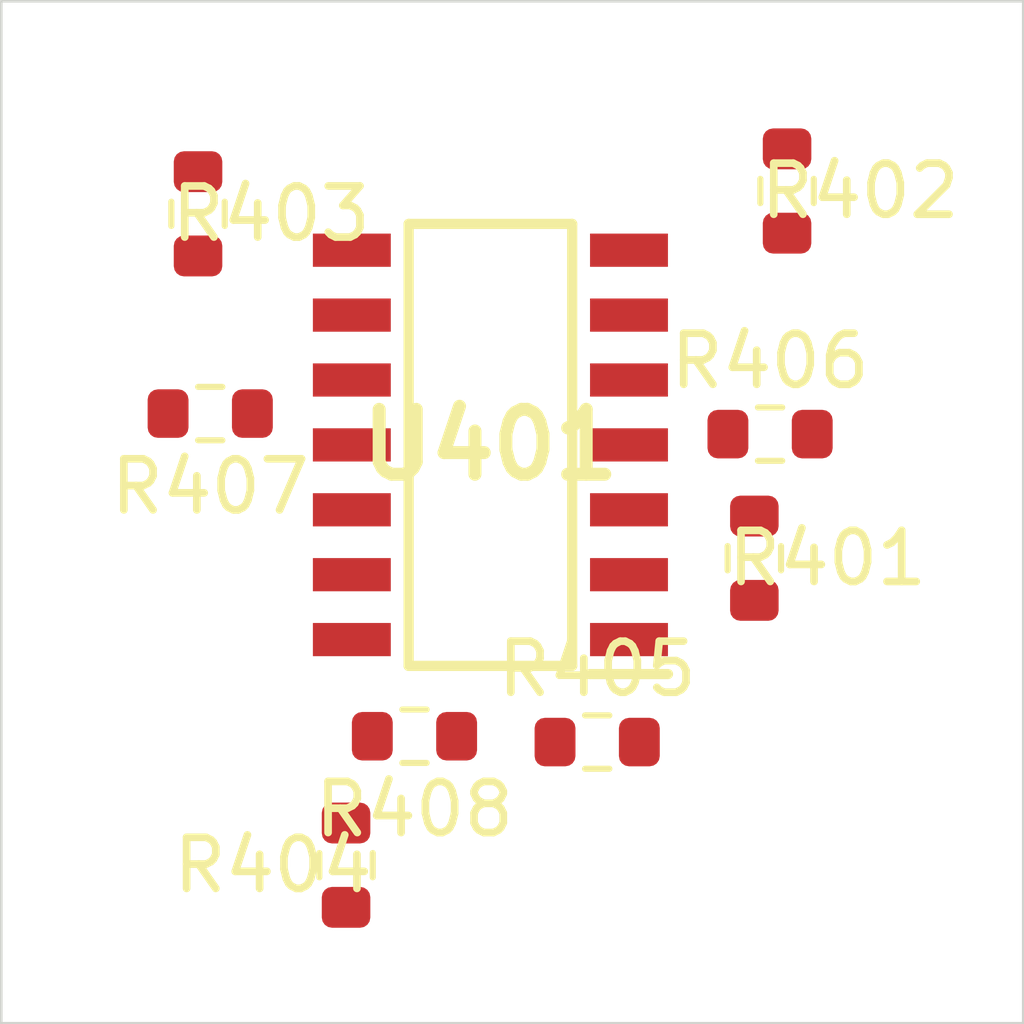
<source format=kicad_pcb>
 ( kicad_pcb  ( version 20171130 )
 ( host pcbnew 5.1.12-84ad8e8a86~92~ubuntu18.04.1 )
 ( general  ( thickness 1.6 )
 ( drawings 4 )
 ( tracks 0 )
 ( zones 0 )
 ( modules 9 )
 ( nets 14 )
)
 ( page A4 )
 ( layers  ( 0 F.Cu signal )
 ( 31 B.Cu signal )
 ( 32 B.Adhes user )
 ( 33 F.Adhes user )
 ( 34 B.Paste user )
 ( 35 F.Paste user )
 ( 36 B.SilkS user )
 ( 37 F.SilkS user )
 ( 38 B.Mask user )
 ( 39 F.Mask user )
 ( 40 Dwgs.User user )
 ( 41 Cmts.User user )
 ( 42 Eco1.User user )
 ( 43 Eco2.User user )
 ( 44 Edge.Cuts user )
 ( 45 Margin user )
 ( 46 B.CrtYd user )
 ( 47 F.CrtYd user )
 ( 48 B.Fab user )
 ( 49 F.Fab user )
)
 ( setup  ( last_trace_width 0.25 )
 ( trace_clearance 0.2 )
 ( zone_clearance 0.508 )
 ( zone_45_only no )
 ( trace_min 0.2 )
 ( via_size 0.8 )
 ( via_drill 0.4 )
 ( via_min_size 0.4 )
 ( via_min_drill 0.3 )
 ( uvia_size 0.3 )
 ( uvia_drill 0.1 )
 ( uvias_allowed no )
 ( uvia_min_size 0.2 )
 ( uvia_min_drill 0.1 )
 ( edge_width 0.05 )
 ( segment_width 0.2 )
 ( pcb_text_width 0.3 )
 ( pcb_text_size 1.5 1.5 )
 ( mod_edge_width 0.12 )
 ( mod_text_size 1 1 )
 ( mod_text_width 0.15 )
 ( pad_size 1.524 1.524 )
 ( pad_drill 0.762 )
 ( pad_to_mask_clearance 0 )
 ( aux_axis_origin 0 0 )
 ( visible_elements FFFFFF7F )
 ( pcbplotparams  ( layerselection 0x010fc_ffffffff )
 ( usegerberextensions false )
 ( usegerberattributes true )
 ( usegerberadvancedattributes true )
 ( creategerberjobfile true )
 ( excludeedgelayer true )
 ( linewidth 0.100000 )
 ( plotframeref false )
 ( viasonmask false )
 ( mode 1 )
 ( useauxorigin false )
 ( hpglpennumber 1 )
 ( hpglpenspeed 20 )
 ( hpglpendiameter 15.000000 )
 ( psnegative false )
 ( psa4output false )
 ( plotreference true )
 ( plotvalue true )
 ( plotinvisibletext false )
 ( padsonsilk false )
 ( subtractmaskfromsilk false )
 ( outputformat 1 )
 ( mirror false )
 ( drillshape 1 )
 ( scaleselection 1 )
 ( outputdirectory "" )
)
)
 ( net 0 "" )
 ( net 1 /Sheet6235D886/vp )
 ( net 2 /Sheet6248AD22/chn0 )
 ( net 3 /Sheet6248AD22/chn1 )
 ( net 4 /Sheet6248AD22/chn2 )
 ( net 5 /Sheet6248AD22/chn3 )
 ( net 6 "Net-(R401-Pad2)" )
 ( net 7 "Net-(R402-Pad2)" )
 ( net 8 "Net-(R403-Pad2)" )
 ( net 9 "Net-(R404-Pad2)" )
 ( net 10 /Sheet6248AD22/chn0_n )
 ( net 11 /Sheet6248AD22/chn1_n )
 ( net 12 /Sheet6248AD22/chn2_n )
 ( net 13 /Sheet6248AD22/chn3_n )
 ( net_class Default "This is the default net class."  ( clearance 0.2 )
 ( trace_width 0.25 )
 ( via_dia 0.8 )
 ( via_drill 0.4 )
 ( uvia_dia 0.3 )
 ( uvia_drill 0.1 )
 ( add_net /Sheet6235D886/vp )
 ( add_net /Sheet6248AD22/chn0 )
 ( add_net /Sheet6248AD22/chn0_n )
 ( add_net /Sheet6248AD22/chn1 )
 ( add_net /Sheet6248AD22/chn1_n )
 ( add_net /Sheet6248AD22/chn2 )
 ( add_net /Sheet6248AD22/chn2_n )
 ( add_net /Sheet6248AD22/chn3 )
 ( add_net /Sheet6248AD22/chn3_n )
 ( add_net "Net-(R401-Pad2)" )
 ( add_net "Net-(R402-Pad2)" )
 ( add_net "Net-(R403-Pad2)" )
 ( add_net "Net-(R404-Pad2)" )
)
 ( module Resistor_SMD:R_0603_1608Metric  ( layer F.Cu )
 ( tedit 5F68FEEE )
 ( tstamp 623425C8 )
 ( at 94.738324 110.899853 270.000000 )
 ( descr "Resistor SMD 0603 (1608 Metric), square (rectangular) end terminal, IPC_7351 nominal, (Body size source: IPC-SM-782 page 72, https://www.pcb-3d.com/wordpress/wp-content/uploads/ipc-sm-782a_amendment_1_and_2.pdf), generated with kicad-footprint-generator" )
 ( tags resistor )
 ( path /6248AD23/6249ADFD )
 ( attr smd )
 ( fp_text reference R401  ( at 0 -1.43 )
 ( layer F.SilkS )
 ( effects  ( font  ( size 1 1 )
 ( thickness 0.15 )
)
)
)
 ( fp_text value 10M  ( at 0 1.43 )
 ( layer F.Fab )
 ( effects  ( font  ( size 1 1 )
 ( thickness 0.15 )
)
)
)
 ( fp_line  ( start -0.8 0.4125 )
 ( end -0.8 -0.4125 )
 ( layer F.Fab )
 ( width 0.1 )
)
 ( fp_line  ( start -0.8 -0.4125 )
 ( end 0.8 -0.4125 )
 ( layer F.Fab )
 ( width 0.1 )
)
 ( fp_line  ( start 0.8 -0.4125 )
 ( end 0.8 0.4125 )
 ( layer F.Fab )
 ( width 0.1 )
)
 ( fp_line  ( start 0.8 0.4125 )
 ( end -0.8 0.4125 )
 ( layer F.Fab )
 ( width 0.1 )
)
 ( fp_line  ( start -0.237258 -0.5225 )
 ( end 0.237258 -0.5225 )
 ( layer F.SilkS )
 ( width 0.12 )
)
 ( fp_line  ( start -0.237258 0.5225 )
 ( end 0.237258 0.5225 )
 ( layer F.SilkS )
 ( width 0.12 )
)
 ( fp_line  ( start -1.48 0.73 )
 ( end -1.48 -0.73 )
 ( layer F.CrtYd )
 ( width 0.05 )
)
 ( fp_line  ( start -1.48 -0.73 )
 ( end 1.48 -0.73 )
 ( layer F.CrtYd )
 ( width 0.05 )
)
 ( fp_line  ( start 1.48 -0.73 )
 ( end 1.48 0.73 )
 ( layer F.CrtYd )
 ( width 0.05 )
)
 ( fp_line  ( start 1.48 0.73 )
 ( end -1.48 0.73 )
 ( layer F.CrtYd )
 ( width 0.05 )
)
 ( fp_text user %R  ( at 0 0 )
 ( layer F.Fab )
 ( effects  ( font  ( size 0.4 0.4 )
 ( thickness 0.06 )
)
)
)
 ( pad 2 smd roundrect  ( at 0.825 0 270.000000 )
 ( size 0.8 0.95 )
 ( layers F.Cu F.Mask F.Paste )
 ( roundrect_rratio 0.25 )
 ( net 6 "Net-(R401-Pad2)" )
)
 ( pad 1 smd roundrect  ( at -0.825 0 270.000000 )
 ( size 0.8 0.95 )
 ( layers F.Cu F.Mask F.Paste )
 ( roundrect_rratio 0.25 )
 ( net 10 /Sheet6248AD22/chn0_n )
)
 ( model ${KISYS3DMOD}/Resistor_SMD.3dshapes/R_0603_1608Metric.wrl  ( at  ( xyz 0 0 0 )
)
 ( scale  ( xyz 1 1 1 )
)
 ( rotate  ( xyz 0 0 0 )
)
)
)
 ( module Resistor_SMD:R_0603_1608Metric  ( layer F.Cu )
 ( tedit 5F68FEEE )
 ( tstamp 623425D9 )
 ( at 95.378464 103.713078 270.000000 )
 ( descr "Resistor SMD 0603 (1608 Metric), square (rectangular) end terminal, IPC_7351 nominal, (Body size source: IPC-SM-782 page 72, https://www.pcb-3d.com/wordpress/wp-content/uploads/ipc-sm-782a_amendment_1_and_2.pdf), generated with kicad-footprint-generator" )
 ( tags resistor )
 ( path /6248AD23/6249B75E )
 ( attr smd )
 ( fp_text reference R402  ( at 0 -1.43 )
 ( layer F.SilkS )
 ( effects  ( font  ( size 1 1 )
 ( thickness 0.15 )
)
)
)
 ( fp_text value 10M  ( at 0 1.43 )
 ( layer F.Fab )
 ( effects  ( font  ( size 1 1 )
 ( thickness 0.15 )
)
)
)
 ( fp_line  ( start 1.48 0.73 )
 ( end -1.48 0.73 )
 ( layer F.CrtYd )
 ( width 0.05 )
)
 ( fp_line  ( start 1.48 -0.73 )
 ( end 1.48 0.73 )
 ( layer F.CrtYd )
 ( width 0.05 )
)
 ( fp_line  ( start -1.48 -0.73 )
 ( end 1.48 -0.73 )
 ( layer F.CrtYd )
 ( width 0.05 )
)
 ( fp_line  ( start -1.48 0.73 )
 ( end -1.48 -0.73 )
 ( layer F.CrtYd )
 ( width 0.05 )
)
 ( fp_line  ( start -0.237258 0.5225 )
 ( end 0.237258 0.5225 )
 ( layer F.SilkS )
 ( width 0.12 )
)
 ( fp_line  ( start -0.237258 -0.5225 )
 ( end 0.237258 -0.5225 )
 ( layer F.SilkS )
 ( width 0.12 )
)
 ( fp_line  ( start 0.8 0.4125 )
 ( end -0.8 0.4125 )
 ( layer F.Fab )
 ( width 0.1 )
)
 ( fp_line  ( start 0.8 -0.4125 )
 ( end 0.8 0.4125 )
 ( layer F.Fab )
 ( width 0.1 )
)
 ( fp_line  ( start -0.8 -0.4125 )
 ( end 0.8 -0.4125 )
 ( layer F.Fab )
 ( width 0.1 )
)
 ( fp_line  ( start -0.8 0.4125 )
 ( end -0.8 -0.4125 )
 ( layer F.Fab )
 ( width 0.1 )
)
 ( fp_text user %R  ( at 0 0 )
 ( layer F.Fab )
 ( effects  ( font  ( size 0.4 0.4 )
 ( thickness 0.06 )
)
)
)
 ( pad 1 smd roundrect  ( at -0.825 0 270.000000 )
 ( size 0.8 0.95 )
 ( layers F.Cu F.Mask F.Paste )
 ( roundrect_rratio 0.25 )
 ( net 11 /Sheet6248AD22/chn1_n )
)
 ( pad 2 smd roundrect  ( at 0.825 0 270.000000 )
 ( size 0.8 0.95 )
 ( layers F.Cu F.Mask F.Paste )
 ( roundrect_rratio 0.25 )
 ( net 7 "Net-(R402-Pad2)" )
)
 ( model ${KISYS3DMOD}/Resistor_SMD.3dshapes/R_0603_1608Metric.wrl  ( at  ( xyz 0 0 0 )
)
 ( scale  ( xyz 1 1 1 )
)
 ( rotate  ( xyz 0 0 0 )
)
)
)
 ( module Resistor_SMD:R_0603_1608Metric  ( layer F.Cu )
 ( tedit 5F68FEEE )
 ( tstamp 623425EA )
 ( at 83.850791 104.159648 270.000000 )
 ( descr "Resistor SMD 0603 (1608 Metric), square (rectangular) end terminal, IPC_7351 nominal, (Body size source: IPC-SM-782 page 72, https://www.pcb-3d.com/wordpress/wp-content/uploads/ipc-sm-782a_amendment_1_and_2.pdf), generated with kicad-footprint-generator" )
 ( tags resistor )
 ( path /6248AD23/6249FB7A )
 ( attr smd )
 ( fp_text reference R403  ( at 0 -1.43 )
 ( layer F.SilkS )
 ( effects  ( font  ( size 1 1 )
 ( thickness 0.15 )
)
)
)
 ( fp_text value 10M  ( at 0 1.43 )
 ( layer F.Fab )
 ( effects  ( font  ( size 1 1 )
 ( thickness 0.15 )
)
)
)
 ( fp_line  ( start 1.48 0.73 )
 ( end -1.48 0.73 )
 ( layer F.CrtYd )
 ( width 0.05 )
)
 ( fp_line  ( start 1.48 -0.73 )
 ( end 1.48 0.73 )
 ( layer F.CrtYd )
 ( width 0.05 )
)
 ( fp_line  ( start -1.48 -0.73 )
 ( end 1.48 -0.73 )
 ( layer F.CrtYd )
 ( width 0.05 )
)
 ( fp_line  ( start -1.48 0.73 )
 ( end -1.48 -0.73 )
 ( layer F.CrtYd )
 ( width 0.05 )
)
 ( fp_line  ( start -0.237258 0.5225 )
 ( end 0.237258 0.5225 )
 ( layer F.SilkS )
 ( width 0.12 )
)
 ( fp_line  ( start -0.237258 -0.5225 )
 ( end 0.237258 -0.5225 )
 ( layer F.SilkS )
 ( width 0.12 )
)
 ( fp_line  ( start 0.8 0.4125 )
 ( end -0.8 0.4125 )
 ( layer F.Fab )
 ( width 0.1 )
)
 ( fp_line  ( start 0.8 -0.4125 )
 ( end 0.8 0.4125 )
 ( layer F.Fab )
 ( width 0.1 )
)
 ( fp_line  ( start -0.8 -0.4125 )
 ( end 0.8 -0.4125 )
 ( layer F.Fab )
 ( width 0.1 )
)
 ( fp_line  ( start -0.8 0.4125 )
 ( end -0.8 -0.4125 )
 ( layer F.Fab )
 ( width 0.1 )
)
 ( fp_text user %R  ( at 0 0 )
 ( layer F.Fab )
 ( effects  ( font  ( size 0.4 0.4 )
 ( thickness 0.06 )
)
)
)
 ( pad 1 smd roundrect  ( at -0.825 0 270.000000 )
 ( size 0.8 0.95 )
 ( layers F.Cu F.Mask F.Paste )
 ( roundrect_rratio 0.25 )
 ( net 12 /Sheet6248AD22/chn2_n )
)
 ( pad 2 smd roundrect  ( at 0.825 0 270.000000 )
 ( size 0.8 0.95 )
 ( layers F.Cu F.Mask F.Paste )
 ( roundrect_rratio 0.25 )
 ( net 8 "Net-(R403-Pad2)" )
)
 ( model ${KISYS3DMOD}/Resistor_SMD.3dshapes/R_0603_1608Metric.wrl  ( at  ( xyz 0 0 0 )
)
 ( scale  ( xyz 1 1 1 )
)
 ( rotate  ( xyz 0 0 0 )
)
)
)
 ( module Resistor_SMD:R_0603_1608Metric  ( layer F.Cu )
 ( tedit 5F68FEEE )
 ( tstamp 623425FB )
 ( at 86.747691 116.907215 90.000000 )
 ( descr "Resistor SMD 0603 (1608 Metric), square (rectangular) end terminal, IPC_7351 nominal, (Body size source: IPC-SM-782 page 72, https://www.pcb-3d.com/wordpress/wp-content/uploads/ipc-sm-782a_amendment_1_and_2.pdf), generated with kicad-footprint-generator" )
 ( tags resistor )
 ( path /6248AD23/6249FB74 )
 ( attr smd )
 ( fp_text reference R404  ( at 0 -1.43 )
 ( layer F.SilkS )
 ( effects  ( font  ( size 1 1 )
 ( thickness 0.15 )
)
)
)
 ( fp_text value 10M  ( at 0 1.43 )
 ( layer F.Fab )
 ( effects  ( font  ( size 1 1 )
 ( thickness 0.15 )
)
)
)
 ( fp_line  ( start -0.8 0.4125 )
 ( end -0.8 -0.4125 )
 ( layer F.Fab )
 ( width 0.1 )
)
 ( fp_line  ( start -0.8 -0.4125 )
 ( end 0.8 -0.4125 )
 ( layer F.Fab )
 ( width 0.1 )
)
 ( fp_line  ( start 0.8 -0.4125 )
 ( end 0.8 0.4125 )
 ( layer F.Fab )
 ( width 0.1 )
)
 ( fp_line  ( start 0.8 0.4125 )
 ( end -0.8 0.4125 )
 ( layer F.Fab )
 ( width 0.1 )
)
 ( fp_line  ( start -0.237258 -0.5225 )
 ( end 0.237258 -0.5225 )
 ( layer F.SilkS )
 ( width 0.12 )
)
 ( fp_line  ( start -0.237258 0.5225 )
 ( end 0.237258 0.5225 )
 ( layer F.SilkS )
 ( width 0.12 )
)
 ( fp_line  ( start -1.48 0.73 )
 ( end -1.48 -0.73 )
 ( layer F.CrtYd )
 ( width 0.05 )
)
 ( fp_line  ( start -1.48 -0.73 )
 ( end 1.48 -0.73 )
 ( layer F.CrtYd )
 ( width 0.05 )
)
 ( fp_line  ( start 1.48 -0.73 )
 ( end 1.48 0.73 )
 ( layer F.CrtYd )
 ( width 0.05 )
)
 ( fp_line  ( start 1.48 0.73 )
 ( end -1.48 0.73 )
 ( layer F.CrtYd )
 ( width 0.05 )
)
 ( fp_text user %R  ( at 0 0 )
 ( layer F.Fab )
 ( effects  ( font  ( size 0.4 0.4 )
 ( thickness 0.06 )
)
)
)
 ( pad 2 smd roundrect  ( at 0.825 0 90.000000 )
 ( size 0.8 0.95 )
 ( layers F.Cu F.Mask F.Paste )
 ( roundrect_rratio 0.25 )
 ( net 9 "Net-(R404-Pad2)" )
)
 ( pad 1 smd roundrect  ( at -0.825 0 90.000000 )
 ( size 0.8 0.95 )
 ( layers F.Cu F.Mask F.Paste )
 ( roundrect_rratio 0.25 )
 ( net 13 /Sheet6248AD22/chn3_n )
)
 ( model ${KISYS3DMOD}/Resistor_SMD.3dshapes/R_0603_1608Metric.wrl  ( at  ( xyz 0 0 0 )
)
 ( scale  ( xyz 1 1 1 )
)
 ( rotate  ( xyz 0 0 0 )
)
)
)
 ( module Resistor_SMD:R_0603_1608Metric  ( layer F.Cu )
 ( tedit 5F68FEEE )
 ( tstamp 6234260C )
 ( at 91.662535 114.498049 )
 ( descr "Resistor SMD 0603 (1608 Metric), square (rectangular) end terminal, IPC_7351 nominal, (Body size source: IPC-SM-782 page 72, https://www.pcb-3d.com/wordpress/wp-content/uploads/ipc-sm-782a_amendment_1_and_2.pdf), generated with kicad-footprint-generator" )
 ( tags resistor )
 ( path /6248AD23/62497F62 )
 ( attr smd )
 ( fp_text reference R405  ( at 0 -1.43 )
 ( layer F.SilkS )
 ( effects  ( font  ( size 1 1 )
 ( thickness 0.15 )
)
)
)
 ( fp_text value 750k  ( at 0 1.43 )
 ( layer F.Fab )
 ( effects  ( font  ( size 1 1 )
 ( thickness 0.15 )
)
)
)
 ( fp_line  ( start -0.8 0.4125 )
 ( end -0.8 -0.4125 )
 ( layer F.Fab )
 ( width 0.1 )
)
 ( fp_line  ( start -0.8 -0.4125 )
 ( end 0.8 -0.4125 )
 ( layer F.Fab )
 ( width 0.1 )
)
 ( fp_line  ( start 0.8 -0.4125 )
 ( end 0.8 0.4125 )
 ( layer F.Fab )
 ( width 0.1 )
)
 ( fp_line  ( start 0.8 0.4125 )
 ( end -0.8 0.4125 )
 ( layer F.Fab )
 ( width 0.1 )
)
 ( fp_line  ( start -0.237258 -0.5225 )
 ( end 0.237258 -0.5225 )
 ( layer F.SilkS )
 ( width 0.12 )
)
 ( fp_line  ( start -0.237258 0.5225 )
 ( end 0.237258 0.5225 )
 ( layer F.SilkS )
 ( width 0.12 )
)
 ( fp_line  ( start -1.48 0.73 )
 ( end -1.48 -0.73 )
 ( layer F.CrtYd )
 ( width 0.05 )
)
 ( fp_line  ( start -1.48 -0.73 )
 ( end 1.48 -0.73 )
 ( layer F.CrtYd )
 ( width 0.05 )
)
 ( fp_line  ( start 1.48 -0.73 )
 ( end 1.48 0.73 )
 ( layer F.CrtYd )
 ( width 0.05 )
)
 ( fp_line  ( start 1.48 0.73 )
 ( end -1.48 0.73 )
 ( layer F.CrtYd )
 ( width 0.05 )
)
 ( fp_text user %R  ( at 0 0 )
 ( layer F.Fab )
 ( effects  ( font  ( size 0.4 0.4 )
 ( thickness 0.06 )
)
)
)
 ( pad 2 smd roundrect  ( at 0.825 0 )
 ( size 0.8 0.95 )
 ( layers F.Cu F.Mask F.Paste )
 ( roundrect_rratio 0.25 )
 ( net 6 "Net-(R401-Pad2)" )
)
 ( pad 1 smd roundrect  ( at -0.825 0 )
 ( size 0.8 0.95 )
 ( layers F.Cu F.Mask F.Paste )
 ( roundrect_rratio 0.25 )
 ( net 1 /Sheet6235D886/vp )
)
 ( model ${KISYS3DMOD}/Resistor_SMD.3dshapes/R_0603_1608Metric.wrl  ( at  ( xyz 0 0 0 )
)
 ( scale  ( xyz 1 1 1 )
)
 ( rotate  ( xyz 0 0 0 )
)
)
)
 ( module Resistor_SMD:R_0603_1608Metric  ( layer F.Cu )
 ( tedit 5F68FEEE )
 ( tstamp 6234261D )
 ( at 95.046091 108.470991 )
 ( descr "Resistor SMD 0603 (1608 Metric), square (rectangular) end terminal, IPC_7351 nominal, (Body size source: IPC-SM-782 page 72, https://www.pcb-3d.com/wordpress/wp-content/uploads/ipc-sm-782a_amendment_1_and_2.pdf), generated with kicad-footprint-generator" )
 ( tags resistor )
 ( path /6248AD23/62499098 )
 ( attr smd )
 ( fp_text reference R406  ( at 0 -1.43 )
 ( layer F.SilkS )
 ( effects  ( font  ( size 1 1 )
 ( thickness 0.15 )
)
)
)
 ( fp_text value 750k  ( at 0 1.43 )
 ( layer F.Fab )
 ( effects  ( font  ( size 1 1 )
 ( thickness 0.15 )
)
)
)
 ( fp_line  ( start 1.48 0.73 )
 ( end -1.48 0.73 )
 ( layer F.CrtYd )
 ( width 0.05 )
)
 ( fp_line  ( start 1.48 -0.73 )
 ( end 1.48 0.73 )
 ( layer F.CrtYd )
 ( width 0.05 )
)
 ( fp_line  ( start -1.48 -0.73 )
 ( end 1.48 -0.73 )
 ( layer F.CrtYd )
 ( width 0.05 )
)
 ( fp_line  ( start -1.48 0.73 )
 ( end -1.48 -0.73 )
 ( layer F.CrtYd )
 ( width 0.05 )
)
 ( fp_line  ( start -0.237258 0.5225 )
 ( end 0.237258 0.5225 )
 ( layer F.SilkS )
 ( width 0.12 )
)
 ( fp_line  ( start -0.237258 -0.5225 )
 ( end 0.237258 -0.5225 )
 ( layer F.SilkS )
 ( width 0.12 )
)
 ( fp_line  ( start 0.8 0.4125 )
 ( end -0.8 0.4125 )
 ( layer F.Fab )
 ( width 0.1 )
)
 ( fp_line  ( start 0.8 -0.4125 )
 ( end 0.8 0.4125 )
 ( layer F.Fab )
 ( width 0.1 )
)
 ( fp_line  ( start -0.8 -0.4125 )
 ( end 0.8 -0.4125 )
 ( layer F.Fab )
 ( width 0.1 )
)
 ( fp_line  ( start -0.8 0.4125 )
 ( end -0.8 -0.4125 )
 ( layer F.Fab )
 ( width 0.1 )
)
 ( fp_text user %R  ( at 0 0 )
 ( layer F.Fab )
 ( effects  ( font  ( size 0.4 0.4 )
 ( thickness 0.06 )
)
)
)
 ( pad 1 smd roundrect  ( at -0.825 0 )
 ( size 0.8 0.95 )
 ( layers F.Cu F.Mask F.Paste )
 ( roundrect_rratio 0.25 )
 ( net 1 /Sheet6235D886/vp )
)
 ( pad 2 smd roundrect  ( at 0.825 0 )
 ( size 0.8 0.95 )
 ( layers F.Cu F.Mask F.Paste )
 ( roundrect_rratio 0.25 )
 ( net 7 "Net-(R402-Pad2)" )
)
 ( model ${KISYS3DMOD}/Resistor_SMD.3dshapes/R_0603_1608Metric.wrl  ( at  ( xyz 0 0 0 )
)
 ( scale  ( xyz 1 1 1 )
)
 ( rotate  ( xyz 0 0 0 )
)
)
)
 ( module Resistor_SMD:R_0603_1608Metric  ( layer F.Cu )
 ( tedit 5F68FEEE )
 ( tstamp 6234262E )
 ( at 84.089391 108.069075 180.000000 )
 ( descr "Resistor SMD 0603 (1608 Metric), square (rectangular) end terminal, IPC_7351 nominal, (Body size source: IPC-SM-782 page 72, https://www.pcb-3d.com/wordpress/wp-content/uploads/ipc-sm-782a_amendment_1_and_2.pdf), generated with kicad-footprint-generator" )
 ( tags resistor )
 ( path /6248AD23/624A0FFB )
 ( attr smd )
 ( fp_text reference R407  ( at 0 -1.43 )
 ( layer F.SilkS )
 ( effects  ( font  ( size 1 1 )
 ( thickness 0.15 )
)
)
)
 ( fp_text value 1.5M  ( at 0 1.43 )
 ( layer F.Fab )
 ( effects  ( font  ( size 1 1 )
 ( thickness 0.15 )
)
)
)
 ( fp_line  ( start 1.48 0.73 )
 ( end -1.48 0.73 )
 ( layer F.CrtYd )
 ( width 0.05 )
)
 ( fp_line  ( start 1.48 -0.73 )
 ( end 1.48 0.73 )
 ( layer F.CrtYd )
 ( width 0.05 )
)
 ( fp_line  ( start -1.48 -0.73 )
 ( end 1.48 -0.73 )
 ( layer F.CrtYd )
 ( width 0.05 )
)
 ( fp_line  ( start -1.48 0.73 )
 ( end -1.48 -0.73 )
 ( layer F.CrtYd )
 ( width 0.05 )
)
 ( fp_line  ( start -0.237258 0.5225 )
 ( end 0.237258 0.5225 )
 ( layer F.SilkS )
 ( width 0.12 )
)
 ( fp_line  ( start -0.237258 -0.5225 )
 ( end 0.237258 -0.5225 )
 ( layer F.SilkS )
 ( width 0.12 )
)
 ( fp_line  ( start 0.8 0.4125 )
 ( end -0.8 0.4125 )
 ( layer F.Fab )
 ( width 0.1 )
)
 ( fp_line  ( start 0.8 -0.4125 )
 ( end 0.8 0.4125 )
 ( layer F.Fab )
 ( width 0.1 )
)
 ( fp_line  ( start -0.8 -0.4125 )
 ( end 0.8 -0.4125 )
 ( layer F.Fab )
 ( width 0.1 )
)
 ( fp_line  ( start -0.8 0.4125 )
 ( end -0.8 -0.4125 )
 ( layer F.Fab )
 ( width 0.1 )
)
 ( fp_text user %R  ( at 0 0 )
 ( layer F.Fab )
 ( effects  ( font  ( size 0.4 0.4 )
 ( thickness 0.06 )
)
)
)
 ( pad 1 smd roundrect  ( at -0.825 0 180.000000 )
 ( size 0.8 0.95 )
 ( layers F.Cu F.Mask F.Paste )
 ( roundrect_rratio 0.25 )
 ( net 1 /Sheet6235D886/vp )
)
 ( pad 2 smd roundrect  ( at 0.825 0 180.000000 )
 ( size 0.8 0.95 )
 ( layers F.Cu F.Mask F.Paste )
 ( roundrect_rratio 0.25 )
 ( net 8 "Net-(R403-Pad2)" )
)
 ( model ${KISYS3DMOD}/Resistor_SMD.3dshapes/R_0603_1608Metric.wrl  ( at  ( xyz 0 0 0 )
)
 ( scale  ( xyz 1 1 1 )
)
 ( rotate  ( xyz 0 0 0 )
)
)
)
 ( module Resistor_SMD:R_0603_1608Metric  ( layer F.Cu )
 ( tedit 5F68FEEE )
 ( tstamp 6234263F )
 ( at 88.086469 114.383564 180.000000 )
 ( descr "Resistor SMD 0603 (1608 Metric), square (rectangular) end terminal, IPC_7351 nominal, (Body size source: IPC-SM-782 page 72, https://www.pcb-3d.com/wordpress/wp-content/uploads/ipc-sm-782a_amendment_1_and_2.pdf), generated with kicad-footprint-generator" )
 ( tags resistor )
 ( path /6248AD23/624A093C )
 ( attr smd )
 ( fp_text reference R408  ( at 0 -1.43 )
 ( layer F.SilkS )
 ( effects  ( font  ( size 1 1 )
 ( thickness 0.15 )
)
)
)
 ( fp_text value 1.5M  ( at 0 1.43 )
 ( layer F.Fab )
 ( effects  ( font  ( size 1 1 )
 ( thickness 0.15 )
)
)
)
 ( fp_line  ( start -0.8 0.4125 )
 ( end -0.8 -0.4125 )
 ( layer F.Fab )
 ( width 0.1 )
)
 ( fp_line  ( start -0.8 -0.4125 )
 ( end 0.8 -0.4125 )
 ( layer F.Fab )
 ( width 0.1 )
)
 ( fp_line  ( start 0.8 -0.4125 )
 ( end 0.8 0.4125 )
 ( layer F.Fab )
 ( width 0.1 )
)
 ( fp_line  ( start 0.8 0.4125 )
 ( end -0.8 0.4125 )
 ( layer F.Fab )
 ( width 0.1 )
)
 ( fp_line  ( start -0.237258 -0.5225 )
 ( end 0.237258 -0.5225 )
 ( layer F.SilkS )
 ( width 0.12 )
)
 ( fp_line  ( start -0.237258 0.5225 )
 ( end 0.237258 0.5225 )
 ( layer F.SilkS )
 ( width 0.12 )
)
 ( fp_line  ( start -1.48 0.73 )
 ( end -1.48 -0.73 )
 ( layer F.CrtYd )
 ( width 0.05 )
)
 ( fp_line  ( start -1.48 -0.73 )
 ( end 1.48 -0.73 )
 ( layer F.CrtYd )
 ( width 0.05 )
)
 ( fp_line  ( start 1.48 -0.73 )
 ( end 1.48 0.73 )
 ( layer F.CrtYd )
 ( width 0.05 )
)
 ( fp_line  ( start 1.48 0.73 )
 ( end -1.48 0.73 )
 ( layer F.CrtYd )
 ( width 0.05 )
)
 ( fp_text user %R  ( at 0 0 )
 ( layer F.Fab )
 ( effects  ( font  ( size 0.4 0.4 )
 ( thickness 0.06 )
)
)
)
 ( pad 2 smd roundrect  ( at 0.825 0 180.000000 )
 ( size 0.8 0.95 )
 ( layers F.Cu F.Mask F.Paste )
 ( roundrect_rratio 0.25 )
 ( net 9 "Net-(R404-Pad2)" )
)
 ( pad 1 smd roundrect  ( at -0.825 0 180.000000 )
 ( size 0.8 0.95 )
 ( layers F.Cu F.Mask F.Paste )
 ( roundrect_rratio 0.25 )
 ( net 1 /Sheet6235D886/vp )
)
 ( model ${KISYS3DMOD}/Resistor_SMD.3dshapes/R_0603_1608Metric.wrl  ( at  ( xyz 0 0 0 )
)
 ( scale  ( xyz 1 1 1 )
)
 ( rotate  ( xyz 0 0 0 )
)
)
)
 ( module TL074HIDR:SOIC127P600X175-14N locked  ( layer F.Cu )
 ( tedit 62336F37 )
 ( tstamp 62342709 )
 ( at 89.572900 108.682000 180.000000 )
 ( descr "D (-R-PDSO-G14)" )
 ( tags "Integrated Circuit" )
 ( path /6248AD23/624976B2 )
 ( attr smd )
 ( fp_text reference U401  ( at 0 0 )
 ( layer F.SilkS )
 ( effects  ( font  ( size 1.27 1.27 )
 ( thickness 0.254 )
)
)
)
 ( fp_text value TL074  ( at 0 0 )
 ( layer F.SilkS )
hide  ( effects  ( font  ( size 1.27 1.27 )
 ( thickness 0.254 )
)
)
)
 ( fp_line  ( start -3.725 -4.625 )
 ( end 3.725 -4.625 )
 ( layer Dwgs.User )
 ( width 0.05 )
)
 ( fp_line  ( start 3.725 -4.625 )
 ( end 3.725 4.625 )
 ( layer Dwgs.User )
 ( width 0.05 )
)
 ( fp_line  ( start 3.725 4.625 )
 ( end -3.725 4.625 )
 ( layer Dwgs.User )
 ( width 0.05 )
)
 ( fp_line  ( start -3.725 4.625 )
 ( end -3.725 -4.625 )
 ( layer Dwgs.User )
 ( width 0.05 )
)
 ( fp_line  ( start -1.95 -4.325 )
 ( end 1.95 -4.325 )
 ( layer Dwgs.User )
 ( width 0.1 )
)
 ( fp_line  ( start 1.95 -4.325 )
 ( end 1.95 4.325 )
 ( layer Dwgs.User )
 ( width 0.1 )
)
 ( fp_line  ( start 1.95 4.325 )
 ( end -1.95 4.325 )
 ( layer Dwgs.User )
 ( width 0.1 )
)
 ( fp_line  ( start -1.95 4.325 )
 ( end -1.95 -4.325 )
 ( layer Dwgs.User )
 ( width 0.1 )
)
 ( fp_line  ( start -1.95 -3.055 )
 ( end -0.68 -4.325 )
 ( layer Dwgs.User )
 ( width 0.1 )
)
 ( fp_line  ( start -1.6 -4.325 )
 ( end 1.6 -4.325 )
 ( layer F.SilkS )
 ( width 0.2 )
)
 ( fp_line  ( start 1.6 -4.325 )
 ( end 1.6 4.325 )
 ( layer F.SilkS )
 ( width 0.2 )
)
 ( fp_line  ( start 1.6 4.325 )
 ( end -1.6 4.325 )
 ( layer F.SilkS )
 ( width 0.2 )
)
 ( fp_line  ( start -1.6 4.325 )
 ( end -1.6 -4.325 )
 ( layer F.SilkS )
 ( width 0.2 )
)
 ( fp_line  ( start -3.475 -4.485 )
 ( end -1.95 -4.485 )
 ( layer F.SilkS )
 ( width 0.2 )
)
 ( pad 1 smd rect  ( at -2.712 -3.81 270.000000 )
 ( size 0.65 1.525 )
 ( layers F.Cu F.Mask F.Paste )
 ( net 2 /Sheet6248AD22/chn0 )
)
 ( pad 2 smd rect  ( at -2.712 -2.54 270.000000 )
 ( size 0.65 1.525 )
 ( layers F.Cu F.Mask F.Paste )
 ( net 2 /Sheet6248AD22/chn0 )
)
 ( pad 3 smd rect  ( at -2.712 -1.27 270.000000 )
 ( size 0.65 1.525 )
 ( layers F.Cu F.Mask F.Paste )
 ( net 6 "Net-(R401-Pad2)" )
)
 ( pad 4 smd rect  ( at -2.712 0 270.000000 )
 ( size 0.65 1.525 )
 ( layers F.Cu F.Mask F.Paste )
)
 ( pad 5 smd rect  ( at -2.712 1.27 270.000000 )
 ( size 0.65 1.525 )
 ( layers F.Cu F.Mask F.Paste )
 ( net 7 "Net-(R402-Pad2)" )
)
 ( pad 6 smd rect  ( at -2.712 2.54 270.000000 )
 ( size 0.65 1.525 )
 ( layers F.Cu F.Mask F.Paste )
 ( net 3 /Sheet6248AD22/chn1 )
)
 ( pad 7 smd rect  ( at -2.712 3.81 270.000000 )
 ( size 0.65 1.525 )
 ( layers F.Cu F.Mask F.Paste )
 ( net 3 /Sheet6248AD22/chn1 )
)
 ( pad 8 smd rect  ( at 2.712 3.81 270.000000 )
 ( size 0.65 1.525 )
 ( layers F.Cu F.Mask F.Paste )
 ( net 4 /Sheet6248AD22/chn2 )
)
 ( pad 9 smd rect  ( at 2.712 2.54 270.000000 )
 ( size 0.65 1.525 )
 ( layers F.Cu F.Mask F.Paste )
 ( net 4 /Sheet6248AD22/chn2 )
)
 ( pad 10 smd rect  ( at 2.712 1.27 270.000000 )
 ( size 0.65 1.525 )
 ( layers F.Cu F.Mask F.Paste )
 ( net 8 "Net-(R403-Pad2)" )
)
 ( pad 11 smd rect  ( at 2.712 0 270.000000 )
 ( size 0.65 1.525 )
 ( layers F.Cu F.Mask F.Paste )
)
 ( pad 12 smd rect  ( at 2.712 -1.27 270.000000 )
 ( size 0.65 1.525 )
 ( layers F.Cu F.Mask F.Paste )
 ( net 9 "Net-(R404-Pad2)" )
)
 ( pad 13 smd rect  ( at 2.712 -2.54 270.000000 )
 ( size 0.65 1.525 )
 ( layers F.Cu F.Mask F.Paste )
 ( net 5 /Sheet6248AD22/chn3 )
)
 ( pad 14 smd rect  ( at 2.712 -3.81 270.000000 )
 ( size 0.65 1.525 )
 ( layers F.Cu F.Mask F.Paste )
 ( net 5 /Sheet6248AD22/chn3 )
)
)
 ( gr_line  ( start 100 100 )
 ( end 100 120 )
 ( layer Edge.Cuts )
 ( width 0.05 )
 ( tstamp 62E76D2A )
)
 ( gr_line  ( start 80 120 )
 ( end 100 120 )
 ( layer Edge.Cuts )
 ( width 0.05 )
 ( tstamp 62E76D27 )
)
 ( gr_line  ( start 80 100 )
 ( end 80 120 )
 ( layer Edge.Cuts )
 ( width 0.05 )
 ( tstamp 6234110C )
)
 ( gr_line  ( start 80 100 )
 ( end 100 100 )
 ( layer Edge.Cuts )
 ( width 0.05 )
)
)

</source>
